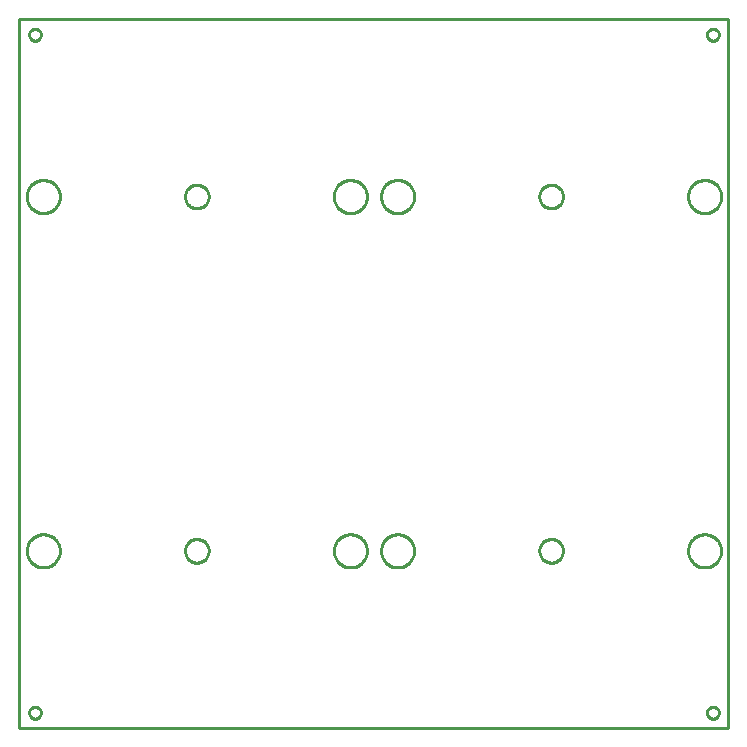
<source format=gbr>
G04 EAGLE Gerber RS-274X export*
G75*
%MOMM*%
%FSLAX34Y34*%
%LPD*%
%IN*%
%IPPOS*%
%AMOC8*
5,1,8,0,0,1.08239X$1,22.5*%
G01*
%ADD10C,0.254000*%


D10*
X-300280Y-299720D02*
X299720Y-299720D01*
X299720Y300280D01*
X-300280Y300280D01*
X-300280Y-299720D01*
X-266000Y149500D02*
X-266071Y148503D01*
X-266214Y147513D01*
X-266426Y146536D01*
X-266708Y145576D01*
X-267057Y144639D01*
X-267473Y143729D01*
X-267952Y142852D01*
X-268493Y142010D01*
X-269092Y141210D01*
X-269747Y140454D01*
X-270454Y139747D01*
X-271210Y139092D01*
X-272010Y138493D01*
X-272852Y137952D01*
X-273729Y137473D01*
X-274639Y137057D01*
X-275576Y136708D01*
X-276536Y136426D01*
X-277513Y136214D01*
X-278503Y136071D01*
X-279500Y136000D01*
X-280500Y136000D01*
X-281498Y136071D01*
X-282487Y136214D01*
X-283465Y136426D01*
X-284424Y136708D01*
X-285361Y137057D01*
X-286271Y137473D01*
X-287148Y137952D01*
X-287990Y138493D01*
X-288790Y139092D01*
X-289546Y139747D01*
X-290253Y140454D01*
X-290908Y141210D01*
X-291507Y142010D01*
X-292048Y142852D01*
X-292527Y143729D01*
X-292943Y144639D01*
X-293292Y145576D01*
X-293574Y146536D01*
X-293786Y147513D01*
X-293929Y148503D01*
X-294000Y149500D01*
X-294000Y150500D01*
X-293929Y151498D01*
X-293786Y152487D01*
X-293574Y153465D01*
X-293292Y154424D01*
X-292943Y155361D01*
X-292527Y156271D01*
X-292048Y157148D01*
X-291507Y157990D01*
X-290908Y158790D01*
X-290253Y159546D01*
X-289546Y160253D01*
X-288790Y160908D01*
X-287990Y161507D01*
X-287148Y162048D01*
X-286271Y162527D01*
X-285361Y162943D01*
X-284424Y163292D01*
X-283465Y163574D01*
X-282487Y163786D01*
X-281498Y163929D01*
X-280500Y164000D01*
X-279500Y164000D01*
X-278503Y163929D01*
X-277513Y163786D01*
X-276536Y163574D01*
X-275576Y163292D01*
X-274639Y162943D01*
X-273729Y162527D01*
X-272852Y162048D01*
X-272010Y161507D01*
X-271210Y160908D01*
X-270454Y160253D01*
X-269747Y159546D01*
X-269092Y158790D01*
X-268493Y157990D01*
X-267952Y157148D01*
X-267473Y156271D01*
X-267057Y155361D01*
X-266708Y154424D01*
X-266426Y153465D01*
X-266214Y152487D01*
X-266071Y151498D01*
X-266000Y150500D01*
X-266000Y149500D01*
X-6000Y149500D02*
X-6071Y148503D01*
X-6214Y147513D01*
X-6426Y146536D01*
X-6708Y145576D01*
X-7057Y144639D01*
X-7473Y143729D01*
X-7952Y142852D01*
X-8493Y142010D01*
X-9092Y141210D01*
X-9747Y140454D01*
X-10454Y139747D01*
X-11210Y139092D01*
X-12010Y138493D01*
X-12852Y137952D01*
X-13729Y137473D01*
X-14639Y137057D01*
X-15576Y136708D01*
X-16536Y136426D01*
X-17513Y136214D01*
X-18503Y136071D01*
X-19500Y136000D01*
X-20500Y136000D01*
X-21498Y136071D01*
X-22487Y136214D01*
X-23465Y136426D01*
X-24424Y136708D01*
X-25361Y137057D01*
X-26271Y137473D01*
X-27148Y137952D01*
X-27990Y138493D01*
X-28790Y139092D01*
X-29546Y139747D01*
X-30253Y140454D01*
X-30908Y141210D01*
X-31507Y142010D01*
X-32048Y142852D01*
X-32527Y143729D01*
X-32943Y144639D01*
X-33292Y145576D01*
X-33574Y146536D01*
X-33786Y147513D01*
X-33929Y148503D01*
X-34000Y149500D01*
X-34000Y150500D01*
X-33929Y151498D01*
X-33786Y152487D01*
X-33574Y153465D01*
X-33292Y154424D01*
X-32943Y155361D01*
X-32527Y156271D01*
X-32048Y157148D01*
X-31507Y157990D01*
X-30908Y158790D01*
X-30253Y159546D01*
X-29546Y160253D01*
X-28790Y160908D01*
X-27990Y161507D01*
X-27148Y162048D01*
X-26271Y162527D01*
X-25361Y162943D01*
X-24424Y163292D01*
X-23465Y163574D01*
X-22487Y163786D01*
X-21498Y163929D01*
X-20500Y164000D01*
X-19500Y164000D01*
X-18503Y163929D01*
X-17513Y163786D01*
X-16536Y163574D01*
X-15576Y163292D01*
X-14639Y162943D01*
X-13729Y162527D01*
X-12852Y162048D01*
X-12010Y161507D01*
X-11210Y160908D01*
X-10454Y160253D01*
X-9747Y159546D01*
X-9092Y158790D01*
X-8493Y157990D01*
X-7952Y157148D01*
X-7473Y156271D01*
X-7057Y155361D01*
X-6708Y154424D01*
X-6426Y153465D01*
X-6214Y152487D01*
X-6071Y151498D01*
X-6000Y150500D01*
X-6000Y149500D01*
X34000Y149500D02*
X33929Y148503D01*
X33786Y147513D01*
X33574Y146536D01*
X33292Y145576D01*
X32943Y144639D01*
X32527Y143729D01*
X32048Y142852D01*
X31507Y142010D01*
X30908Y141210D01*
X30253Y140454D01*
X29546Y139747D01*
X28790Y139092D01*
X27990Y138493D01*
X27148Y137952D01*
X26271Y137473D01*
X25361Y137057D01*
X24424Y136708D01*
X23465Y136426D01*
X22487Y136214D01*
X21498Y136071D01*
X20500Y136000D01*
X19500Y136000D01*
X18503Y136071D01*
X17513Y136214D01*
X16536Y136426D01*
X15576Y136708D01*
X14639Y137057D01*
X13729Y137473D01*
X12852Y137952D01*
X12010Y138493D01*
X11210Y139092D01*
X10454Y139747D01*
X9747Y140454D01*
X9092Y141210D01*
X8493Y142010D01*
X7952Y142852D01*
X7473Y143729D01*
X7057Y144639D01*
X6708Y145576D01*
X6426Y146536D01*
X6214Y147513D01*
X6071Y148503D01*
X6000Y149500D01*
X6000Y150500D01*
X6071Y151498D01*
X6214Y152487D01*
X6426Y153465D01*
X6708Y154424D01*
X7057Y155361D01*
X7473Y156271D01*
X7952Y157148D01*
X8493Y157990D01*
X9092Y158790D01*
X9747Y159546D01*
X10454Y160253D01*
X11210Y160908D01*
X12010Y161507D01*
X12852Y162048D01*
X13729Y162527D01*
X14639Y162943D01*
X15576Y163292D01*
X16536Y163574D01*
X17513Y163786D01*
X18503Y163929D01*
X19500Y164000D01*
X20500Y164000D01*
X21498Y163929D01*
X22487Y163786D01*
X23465Y163574D01*
X24424Y163292D01*
X25361Y162943D01*
X26271Y162527D01*
X27148Y162048D01*
X27990Y161507D01*
X28790Y160908D01*
X29546Y160253D01*
X30253Y159546D01*
X30908Y158790D01*
X31507Y157990D01*
X32048Y157148D01*
X32527Y156271D01*
X32943Y155361D01*
X33292Y154424D01*
X33574Y153465D01*
X33786Y152487D01*
X33929Y151498D01*
X34000Y150500D01*
X34000Y149500D01*
X294000Y149500D02*
X293929Y148503D01*
X293786Y147513D01*
X293574Y146536D01*
X293292Y145576D01*
X292943Y144639D01*
X292527Y143729D01*
X292048Y142852D01*
X291507Y142010D01*
X290908Y141210D01*
X290253Y140454D01*
X289546Y139747D01*
X288790Y139092D01*
X287990Y138493D01*
X287148Y137952D01*
X286271Y137473D01*
X285361Y137057D01*
X284424Y136708D01*
X283465Y136426D01*
X282487Y136214D01*
X281498Y136071D01*
X280500Y136000D01*
X279500Y136000D01*
X278503Y136071D01*
X277513Y136214D01*
X276536Y136426D01*
X275576Y136708D01*
X274639Y137057D01*
X273729Y137473D01*
X272852Y137952D01*
X272010Y138493D01*
X271210Y139092D01*
X270454Y139747D01*
X269747Y140454D01*
X269092Y141210D01*
X268493Y142010D01*
X267952Y142852D01*
X267473Y143729D01*
X267057Y144639D01*
X266708Y145576D01*
X266426Y146536D01*
X266214Y147513D01*
X266071Y148503D01*
X266000Y149500D01*
X266000Y150500D01*
X266071Y151498D01*
X266214Y152487D01*
X266426Y153465D01*
X266708Y154424D01*
X267057Y155361D01*
X267473Y156271D01*
X267952Y157148D01*
X268493Y157990D01*
X269092Y158790D01*
X269747Y159546D01*
X270454Y160253D01*
X271210Y160908D01*
X272010Y161507D01*
X272852Y162048D01*
X273729Y162527D01*
X274639Y162943D01*
X275576Y163292D01*
X276536Y163574D01*
X277513Y163786D01*
X278503Y163929D01*
X279500Y164000D01*
X280500Y164000D01*
X281498Y163929D01*
X282487Y163786D01*
X283465Y163574D01*
X284424Y163292D01*
X285361Y162943D01*
X286271Y162527D01*
X287148Y162048D01*
X287990Y161507D01*
X288790Y160908D01*
X289546Y160253D01*
X290253Y159546D01*
X290908Y158790D01*
X291507Y157990D01*
X292048Y157148D01*
X292527Y156271D01*
X292943Y155361D01*
X293292Y154424D01*
X293574Y153465D01*
X293786Y152487D01*
X293929Y151498D01*
X294000Y150500D01*
X294000Y149500D01*
X-266000Y-150500D02*
X-266071Y-151498D01*
X-266214Y-152487D01*
X-266426Y-153465D01*
X-266708Y-154424D01*
X-267057Y-155361D01*
X-267473Y-156271D01*
X-267952Y-157148D01*
X-268493Y-157990D01*
X-269092Y-158790D01*
X-269747Y-159546D01*
X-270454Y-160253D01*
X-271210Y-160908D01*
X-272010Y-161507D01*
X-272852Y-162048D01*
X-273729Y-162527D01*
X-274639Y-162943D01*
X-275576Y-163292D01*
X-276536Y-163574D01*
X-277513Y-163786D01*
X-278503Y-163929D01*
X-279500Y-164000D01*
X-280500Y-164000D01*
X-281498Y-163929D01*
X-282487Y-163786D01*
X-283465Y-163574D01*
X-284424Y-163292D01*
X-285361Y-162943D01*
X-286271Y-162527D01*
X-287148Y-162048D01*
X-287990Y-161507D01*
X-288790Y-160908D01*
X-289546Y-160253D01*
X-290253Y-159546D01*
X-290908Y-158790D01*
X-291507Y-157990D01*
X-292048Y-157148D01*
X-292527Y-156271D01*
X-292943Y-155361D01*
X-293292Y-154424D01*
X-293574Y-153465D01*
X-293786Y-152487D01*
X-293929Y-151498D01*
X-294000Y-150500D01*
X-294000Y-149500D01*
X-293929Y-148503D01*
X-293786Y-147513D01*
X-293574Y-146536D01*
X-293292Y-145576D01*
X-292943Y-144639D01*
X-292527Y-143729D01*
X-292048Y-142852D01*
X-291507Y-142010D01*
X-290908Y-141210D01*
X-290253Y-140454D01*
X-289546Y-139747D01*
X-288790Y-139092D01*
X-287990Y-138493D01*
X-287148Y-137952D01*
X-286271Y-137473D01*
X-285361Y-137057D01*
X-284424Y-136708D01*
X-283465Y-136426D01*
X-282487Y-136214D01*
X-281498Y-136071D01*
X-280500Y-136000D01*
X-279500Y-136000D01*
X-278503Y-136071D01*
X-277513Y-136214D01*
X-276536Y-136426D01*
X-275576Y-136708D01*
X-274639Y-137057D01*
X-273729Y-137473D01*
X-272852Y-137952D01*
X-272010Y-138493D01*
X-271210Y-139092D01*
X-270454Y-139747D01*
X-269747Y-140454D01*
X-269092Y-141210D01*
X-268493Y-142010D01*
X-267952Y-142852D01*
X-267473Y-143729D01*
X-267057Y-144639D01*
X-266708Y-145576D01*
X-266426Y-146536D01*
X-266214Y-147513D01*
X-266071Y-148503D01*
X-266000Y-149500D01*
X-266000Y-150500D01*
X-6000Y-150500D02*
X-6071Y-151498D01*
X-6214Y-152487D01*
X-6426Y-153465D01*
X-6708Y-154424D01*
X-7057Y-155361D01*
X-7473Y-156271D01*
X-7952Y-157148D01*
X-8493Y-157990D01*
X-9092Y-158790D01*
X-9747Y-159546D01*
X-10454Y-160253D01*
X-11210Y-160908D01*
X-12010Y-161507D01*
X-12852Y-162048D01*
X-13729Y-162527D01*
X-14639Y-162943D01*
X-15576Y-163292D01*
X-16536Y-163574D01*
X-17513Y-163786D01*
X-18503Y-163929D01*
X-19500Y-164000D01*
X-20500Y-164000D01*
X-21498Y-163929D01*
X-22487Y-163786D01*
X-23465Y-163574D01*
X-24424Y-163292D01*
X-25361Y-162943D01*
X-26271Y-162527D01*
X-27148Y-162048D01*
X-27990Y-161507D01*
X-28790Y-160908D01*
X-29546Y-160253D01*
X-30253Y-159546D01*
X-30908Y-158790D01*
X-31507Y-157990D01*
X-32048Y-157148D01*
X-32527Y-156271D01*
X-32943Y-155361D01*
X-33292Y-154424D01*
X-33574Y-153465D01*
X-33786Y-152487D01*
X-33929Y-151498D01*
X-34000Y-150500D01*
X-34000Y-149500D01*
X-33929Y-148503D01*
X-33786Y-147513D01*
X-33574Y-146536D01*
X-33292Y-145576D01*
X-32943Y-144639D01*
X-32527Y-143729D01*
X-32048Y-142852D01*
X-31507Y-142010D01*
X-30908Y-141210D01*
X-30253Y-140454D01*
X-29546Y-139747D01*
X-28790Y-139092D01*
X-27990Y-138493D01*
X-27148Y-137952D01*
X-26271Y-137473D01*
X-25361Y-137057D01*
X-24424Y-136708D01*
X-23465Y-136426D01*
X-22487Y-136214D01*
X-21498Y-136071D01*
X-20500Y-136000D01*
X-19500Y-136000D01*
X-18503Y-136071D01*
X-17513Y-136214D01*
X-16536Y-136426D01*
X-15576Y-136708D01*
X-14639Y-137057D01*
X-13729Y-137473D01*
X-12852Y-137952D01*
X-12010Y-138493D01*
X-11210Y-139092D01*
X-10454Y-139747D01*
X-9747Y-140454D01*
X-9092Y-141210D01*
X-8493Y-142010D01*
X-7952Y-142852D01*
X-7473Y-143729D01*
X-7057Y-144639D01*
X-6708Y-145576D01*
X-6426Y-146536D01*
X-6214Y-147513D01*
X-6071Y-148503D01*
X-6000Y-149500D01*
X-6000Y-150500D01*
X34000Y-150500D02*
X33929Y-151498D01*
X33786Y-152487D01*
X33574Y-153465D01*
X33292Y-154424D01*
X32943Y-155361D01*
X32527Y-156271D01*
X32048Y-157148D01*
X31507Y-157990D01*
X30908Y-158790D01*
X30253Y-159546D01*
X29546Y-160253D01*
X28790Y-160908D01*
X27990Y-161507D01*
X27148Y-162048D01*
X26271Y-162527D01*
X25361Y-162943D01*
X24424Y-163292D01*
X23465Y-163574D01*
X22487Y-163786D01*
X21498Y-163929D01*
X20500Y-164000D01*
X19500Y-164000D01*
X18503Y-163929D01*
X17513Y-163786D01*
X16536Y-163574D01*
X15576Y-163292D01*
X14639Y-162943D01*
X13729Y-162527D01*
X12852Y-162048D01*
X12010Y-161507D01*
X11210Y-160908D01*
X10454Y-160253D01*
X9747Y-159546D01*
X9092Y-158790D01*
X8493Y-157990D01*
X7952Y-157148D01*
X7473Y-156271D01*
X7057Y-155361D01*
X6708Y-154424D01*
X6426Y-153465D01*
X6214Y-152487D01*
X6071Y-151498D01*
X6000Y-150500D01*
X6000Y-149500D01*
X6071Y-148503D01*
X6214Y-147513D01*
X6426Y-146536D01*
X6708Y-145576D01*
X7057Y-144639D01*
X7473Y-143729D01*
X7952Y-142852D01*
X8493Y-142010D01*
X9092Y-141210D01*
X9747Y-140454D01*
X10454Y-139747D01*
X11210Y-139092D01*
X12010Y-138493D01*
X12852Y-137952D01*
X13729Y-137473D01*
X14639Y-137057D01*
X15576Y-136708D01*
X16536Y-136426D01*
X17513Y-136214D01*
X18503Y-136071D01*
X19500Y-136000D01*
X20500Y-136000D01*
X21498Y-136071D01*
X22487Y-136214D01*
X23465Y-136426D01*
X24424Y-136708D01*
X25361Y-137057D01*
X26271Y-137473D01*
X27148Y-137952D01*
X27990Y-138493D01*
X28790Y-139092D01*
X29546Y-139747D01*
X30253Y-140454D01*
X30908Y-141210D01*
X31507Y-142010D01*
X32048Y-142852D01*
X32527Y-143729D01*
X32943Y-144639D01*
X33292Y-145576D01*
X33574Y-146536D01*
X33786Y-147513D01*
X33929Y-148503D01*
X34000Y-149500D01*
X34000Y-150500D01*
X294000Y-150500D02*
X293929Y-151498D01*
X293786Y-152487D01*
X293574Y-153465D01*
X293292Y-154424D01*
X292943Y-155361D01*
X292527Y-156271D01*
X292048Y-157148D01*
X291507Y-157990D01*
X290908Y-158790D01*
X290253Y-159546D01*
X289546Y-160253D01*
X288790Y-160908D01*
X287990Y-161507D01*
X287148Y-162048D01*
X286271Y-162527D01*
X285361Y-162943D01*
X284424Y-163292D01*
X283465Y-163574D01*
X282487Y-163786D01*
X281498Y-163929D01*
X280500Y-164000D01*
X279500Y-164000D01*
X278503Y-163929D01*
X277513Y-163786D01*
X276536Y-163574D01*
X275576Y-163292D01*
X274639Y-162943D01*
X273729Y-162527D01*
X272852Y-162048D01*
X272010Y-161507D01*
X271210Y-160908D01*
X270454Y-160253D01*
X269747Y-159546D01*
X269092Y-158790D01*
X268493Y-157990D01*
X267952Y-157148D01*
X267473Y-156271D01*
X267057Y-155361D01*
X266708Y-154424D01*
X266426Y-153465D01*
X266214Y-152487D01*
X266071Y-151498D01*
X266000Y-150500D01*
X266000Y-149500D01*
X266071Y-148503D01*
X266214Y-147513D01*
X266426Y-146536D01*
X266708Y-145576D01*
X267057Y-144639D01*
X267473Y-143729D01*
X267952Y-142852D01*
X268493Y-142010D01*
X269092Y-141210D01*
X269747Y-140454D01*
X270454Y-139747D01*
X271210Y-139092D01*
X272010Y-138493D01*
X272852Y-137952D01*
X273729Y-137473D01*
X274639Y-137057D01*
X275576Y-136708D01*
X276536Y-136426D01*
X277513Y-136214D01*
X278503Y-136071D01*
X279500Y-136000D01*
X280500Y-136000D01*
X281498Y-136071D01*
X282487Y-136214D01*
X283465Y-136426D01*
X284424Y-136708D01*
X285361Y-137057D01*
X286271Y-137473D01*
X287148Y-137952D01*
X287990Y-138493D01*
X288790Y-139092D01*
X289546Y-139747D01*
X290253Y-140454D01*
X290908Y-141210D01*
X291507Y-142010D01*
X292048Y-142852D01*
X292527Y-143729D01*
X292943Y-144639D01*
X293292Y-145576D01*
X293574Y-146536D01*
X293786Y-147513D01*
X293929Y-148503D01*
X294000Y-149500D01*
X294000Y-150500D01*
X-140000Y149563D02*
X-140076Y148694D01*
X-140228Y147834D01*
X-140454Y146990D01*
X-140752Y146170D01*
X-141121Y145378D01*
X-141558Y144622D01*
X-142059Y143907D01*
X-142620Y143238D01*
X-143238Y142620D01*
X-143907Y142059D01*
X-144622Y141558D01*
X-145378Y141121D01*
X-146170Y140752D01*
X-146990Y140454D01*
X-147834Y140228D01*
X-148694Y140076D01*
X-149563Y140000D01*
X-150437Y140000D01*
X-151307Y140076D01*
X-152166Y140228D01*
X-153010Y140454D01*
X-153830Y140752D01*
X-154622Y141121D01*
X-155378Y141558D01*
X-156093Y142059D01*
X-156762Y142620D01*
X-157380Y143238D01*
X-157941Y143907D01*
X-158442Y144622D01*
X-158879Y145378D01*
X-159248Y146170D01*
X-159546Y146990D01*
X-159772Y147834D01*
X-159924Y148694D01*
X-160000Y149563D01*
X-160000Y150437D01*
X-159924Y151307D01*
X-159772Y152166D01*
X-159546Y153010D01*
X-159248Y153830D01*
X-158879Y154622D01*
X-158442Y155378D01*
X-157941Y156093D01*
X-157380Y156762D01*
X-156762Y157380D01*
X-156093Y157941D01*
X-155378Y158442D01*
X-154622Y158879D01*
X-153830Y159248D01*
X-153010Y159546D01*
X-152166Y159772D01*
X-151307Y159924D01*
X-150437Y160000D01*
X-149563Y160000D01*
X-148694Y159924D01*
X-147834Y159772D01*
X-146990Y159546D01*
X-146170Y159248D01*
X-145378Y158879D01*
X-144622Y158442D01*
X-143907Y157941D01*
X-143238Y157380D01*
X-142620Y156762D01*
X-142059Y156093D01*
X-141558Y155378D01*
X-141121Y154622D01*
X-140752Y153830D01*
X-140454Y153010D01*
X-140228Y152166D01*
X-140076Y151307D01*
X-140000Y150437D01*
X-140000Y149563D01*
X160000Y149563D02*
X159924Y148694D01*
X159772Y147834D01*
X159546Y146990D01*
X159248Y146170D01*
X158879Y145378D01*
X158442Y144622D01*
X157941Y143907D01*
X157380Y143238D01*
X156762Y142620D01*
X156093Y142059D01*
X155378Y141558D01*
X154622Y141121D01*
X153830Y140752D01*
X153010Y140454D01*
X152166Y140228D01*
X151307Y140076D01*
X150437Y140000D01*
X149563Y140000D01*
X148694Y140076D01*
X147834Y140228D01*
X146990Y140454D01*
X146170Y140752D01*
X145378Y141121D01*
X144622Y141558D01*
X143907Y142059D01*
X143238Y142620D01*
X142620Y143238D01*
X142059Y143907D01*
X141558Y144622D01*
X141121Y145378D01*
X140752Y146170D01*
X140454Y146990D01*
X140228Y147834D01*
X140076Y148694D01*
X140000Y149563D01*
X140000Y150437D01*
X140076Y151307D01*
X140228Y152166D01*
X140454Y153010D01*
X140752Y153830D01*
X141121Y154622D01*
X141558Y155378D01*
X142059Y156093D01*
X142620Y156762D01*
X143238Y157380D01*
X143907Y157941D01*
X144622Y158442D01*
X145378Y158879D01*
X146170Y159248D01*
X146990Y159546D01*
X147834Y159772D01*
X148694Y159924D01*
X149563Y160000D01*
X150437Y160000D01*
X151307Y159924D01*
X152166Y159772D01*
X153010Y159546D01*
X153830Y159248D01*
X154622Y158879D01*
X155378Y158442D01*
X156093Y157941D01*
X156762Y157380D01*
X157380Y156762D01*
X157941Y156093D01*
X158442Y155378D01*
X158879Y154622D01*
X159248Y153830D01*
X159546Y153010D01*
X159772Y152166D01*
X159924Y151307D01*
X160000Y150437D01*
X160000Y149563D01*
X-140000Y-150437D02*
X-140076Y-151307D01*
X-140228Y-152166D01*
X-140454Y-153010D01*
X-140752Y-153830D01*
X-141121Y-154622D01*
X-141558Y-155378D01*
X-142059Y-156093D01*
X-142620Y-156762D01*
X-143238Y-157380D01*
X-143907Y-157941D01*
X-144622Y-158442D01*
X-145378Y-158879D01*
X-146170Y-159248D01*
X-146990Y-159546D01*
X-147834Y-159772D01*
X-148694Y-159924D01*
X-149563Y-160000D01*
X-150437Y-160000D01*
X-151307Y-159924D01*
X-152166Y-159772D01*
X-153010Y-159546D01*
X-153830Y-159248D01*
X-154622Y-158879D01*
X-155378Y-158442D01*
X-156093Y-157941D01*
X-156762Y-157380D01*
X-157380Y-156762D01*
X-157941Y-156093D01*
X-158442Y-155378D01*
X-158879Y-154622D01*
X-159248Y-153830D01*
X-159546Y-153010D01*
X-159772Y-152166D01*
X-159924Y-151307D01*
X-160000Y-150437D01*
X-160000Y-149563D01*
X-159924Y-148694D01*
X-159772Y-147834D01*
X-159546Y-146990D01*
X-159248Y-146170D01*
X-158879Y-145378D01*
X-158442Y-144622D01*
X-157941Y-143907D01*
X-157380Y-143238D01*
X-156762Y-142620D01*
X-156093Y-142059D01*
X-155378Y-141558D01*
X-154622Y-141121D01*
X-153830Y-140752D01*
X-153010Y-140454D01*
X-152166Y-140228D01*
X-151307Y-140076D01*
X-150437Y-140000D01*
X-149563Y-140000D01*
X-148694Y-140076D01*
X-147834Y-140228D01*
X-146990Y-140454D01*
X-146170Y-140752D01*
X-145378Y-141121D01*
X-144622Y-141558D01*
X-143907Y-142059D01*
X-143238Y-142620D01*
X-142620Y-143238D01*
X-142059Y-143907D01*
X-141558Y-144622D01*
X-141121Y-145378D01*
X-140752Y-146170D01*
X-140454Y-146990D01*
X-140228Y-147834D01*
X-140076Y-148694D01*
X-140000Y-149563D01*
X-140000Y-150437D01*
X160000Y-150437D02*
X159924Y-151307D01*
X159772Y-152166D01*
X159546Y-153010D01*
X159248Y-153830D01*
X158879Y-154622D01*
X158442Y-155378D01*
X157941Y-156093D01*
X157380Y-156762D01*
X156762Y-157380D01*
X156093Y-157941D01*
X155378Y-158442D01*
X154622Y-158879D01*
X153830Y-159248D01*
X153010Y-159546D01*
X152166Y-159772D01*
X151307Y-159924D01*
X150437Y-160000D01*
X149563Y-160000D01*
X148694Y-159924D01*
X147834Y-159772D01*
X146990Y-159546D01*
X146170Y-159248D01*
X145378Y-158879D01*
X144622Y-158442D01*
X143907Y-157941D01*
X143238Y-157380D01*
X142620Y-156762D01*
X142059Y-156093D01*
X141558Y-155378D01*
X141121Y-154622D01*
X140752Y-153830D01*
X140454Y-153010D01*
X140228Y-152166D01*
X140076Y-151307D01*
X140000Y-150437D01*
X140000Y-149563D01*
X140076Y-148694D01*
X140228Y-147834D01*
X140454Y-146990D01*
X140752Y-146170D01*
X141121Y-145378D01*
X141558Y-144622D01*
X142059Y-143907D01*
X142620Y-143238D01*
X143238Y-142620D01*
X143907Y-142059D01*
X144622Y-141558D01*
X145378Y-141121D01*
X146170Y-140752D01*
X146990Y-140454D01*
X147834Y-140228D01*
X148694Y-140076D01*
X149563Y-140000D01*
X150437Y-140000D01*
X151307Y-140076D01*
X152166Y-140228D01*
X153010Y-140454D01*
X153830Y-140752D01*
X154622Y-141121D01*
X155378Y-141558D01*
X156093Y-142059D01*
X156762Y-142620D01*
X157380Y-143238D01*
X157941Y-143907D01*
X158442Y-144622D01*
X158879Y-145378D01*
X159248Y-146170D01*
X159546Y-146990D01*
X159772Y-147834D01*
X159924Y-148694D01*
X160000Y-149563D01*
X160000Y-150437D01*
X-282000Y286719D02*
X-282063Y286161D01*
X-282188Y285614D01*
X-282373Y285084D01*
X-282617Y284578D01*
X-282916Y284102D01*
X-283266Y283663D01*
X-283663Y283266D01*
X-284102Y282916D01*
X-284578Y282617D01*
X-285084Y282373D01*
X-285614Y282188D01*
X-286161Y282063D01*
X-286719Y282000D01*
X-287281Y282000D01*
X-287839Y282063D01*
X-288386Y282188D01*
X-288916Y282373D01*
X-289422Y282617D01*
X-289898Y282916D01*
X-290337Y283266D01*
X-290734Y283663D01*
X-291084Y284102D01*
X-291383Y284578D01*
X-291627Y285084D01*
X-291812Y285614D01*
X-291937Y286161D01*
X-292000Y286719D01*
X-292000Y287281D01*
X-291937Y287839D01*
X-291812Y288386D01*
X-291627Y288916D01*
X-291383Y289422D01*
X-291084Y289898D01*
X-290734Y290337D01*
X-290337Y290734D01*
X-289898Y291084D01*
X-289422Y291383D01*
X-288916Y291627D01*
X-288386Y291812D01*
X-287839Y291937D01*
X-287281Y292000D01*
X-286719Y292000D01*
X-286161Y291937D01*
X-285614Y291812D01*
X-285084Y291627D01*
X-284578Y291383D01*
X-284102Y291084D01*
X-283663Y290734D01*
X-283266Y290337D01*
X-282916Y289898D01*
X-282617Y289422D01*
X-282373Y288916D01*
X-282188Y288386D01*
X-282063Y287839D01*
X-282000Y287281D01*
X-282000Y286719D01*
X292000Y286719D02*
X291937Y286161D01*
X291812Y285614D01*
X291627Y285084D01*
X291383Y284578D01*
X291084Y284102D01*
X290734Y283663D01*
X290337Y283266D01*
X289898Y282916D01*
X289422Y282617D01*
X288916Y282373D01*
X288386Y282188D01*
X287839Y282063D01*
X287281Y282000D01*
X286719Y282000D01*
X286161Y282063D01*
X285614Y282188D01*
X285084Y282373D01*
X284578Y282617D01*
X284102Y282916D01*
X283663Y283266D01*
X283266Y283663D01*
X282916Y284102D01*
X282617Y284578D01*
X282373Y285084D01*
X282188Y285614D01*
X282063Y286161D01*
X282000Y286719D01*
X282000Y287281D01*
X282063Y287839D01*
X282188Y288386D01*
X282373Y288916D01*
X282617Y289422D01*
X282916Y289898D01*
X283266Y290337D01*
X283663Y290734D01*
X284102Y291084D01*
X284578Y291383D01*
X285084Y291627D01*
X285614Y291812D01*
X286161Y291937D01*
X286719Y292000D01*
X287281Y292000D01*
X287839Y291937D01*
X288386Y291812D01*
X288916Y291627D01*
X289422Y291383D01*
X289898Y291084D01*
X290337Y290734D01*
X290734Y290337D01*
X291084Y289898D01*
X291383Y289422D01*
X291627Y288916D01*
X291812Y288386D01*
X291937Y287839D01*
X292000Y287281D01*
X292000Y286719D01*
X-282000Y-287281D02*
X-282063Y-287839D01*
X-282188Y-288386D01*
X-282373Y-288916D01*
X-282617Y-289422D01*
X-282916Y-289898D01*
X-283266Y-290337D01*
X-283663Y-290734D01*
X-284102Y-291084D01*
X-284578Y-291383D01*
X-285084Y-291627D01*
X-285614Y-291812D01*
X-286161Y-291937D01*
X-286719Y-292000D01*
X-287281Y-292000D01*
X-287839Y-291937D01*
X-288386Y-291812D01*
X-288916Y-291627D01*
X-289422Y-291383D01*
X-289898Y-291084D01*
X-290337Y-290734D01*
X-290734Y-290337D01*
X-291084Y-289898D01*
X-291383Y-289422D01*
X-291627Y-288916D01*
X-291812Y-288386D01*
X-291937Y-287839D01*
X-292000Y-287281D01*
X-292000Y-286719D01*
X-291937Y-286161D01*
X-291812Y-285614D01*
X-291627Y-285084D01*
X-291383Y-284578D01*
X-291084Y-284102D01*
X-290734Y-283663D01*
X-290337Y-283266D01*
X-289898Y-282916D01*
X-289422Y-282617D01*
X-288916Y-282373D01*
X-288386Y-282188D01*
X-287839Y-282063D01*
X-287281Y-282000D01*
X-286719Y-282000D01*
X-286161Y-282063D01*
X-285614Y-282188D01*
X-285084Y-282373D01*
X-284578Y-282617D01*
X-284102Y-282916D01*
X-283663Y-283266D01*
X-283266Y-283663D01*
X-282916Y-284102D01*
X-282617Y-284578D01*
X-282373Y-285084D01*
X-282188Y-285614D01*
X-282063Y-286161D01*
X-282000Y-286719D01*
X-282000Y-287281D01*
X292000Y-287281D02*
X291937Y-287839D01*
X291812Y-288386D01*
X291627Y-288916D01*
X291383Y-289422D01*
X291084Y-289898D01*
X290734Y-290337D01*
X290337Y-290734D01*
X289898Y-291084D01*
X289422Y-291383D01*
X288916Y-291627D01*
X288386Y-291812D01*
X287839Y-291937D01*
X287281Y-292000D01*
X286719Y-292000D01*
X286161Y-291937D01*
X285614Y-291812D01*
X285084Y-291627D01*
X284578Y-291383D01*
X284102Y-291084D01*
X283663Y-290734D01*
X283266Y-290337D01*
X282916Y-289898D01*
X282617Y-289422D01*
X282373Y-288916D01*
X282188Y-288386D01*
X282063Y-287839D01*
X282000Y-287281D01*
X282000Y-286719D01*
X282063Y-286161D01*
X282188Y-285614D01*
X282373Y-285084D01*
X282617Y-284578D01*
X282916Y-284102D01*
X283266Y-283663D01*
X283663Y-283266D01*
X284102Y-282916D01*
X284578Y-282617D01*
X285084Y-282373D01*
X285614Y-282188D01*
X286161Y-282063D01*
X286719Y-282000D01*
X287281Y-282000D01*
X287839Y-282063D01*
X288386Y-282188D01*
X288916Y-282373D01*
X289422Y-282617D01*
X289898Y-282916D01*
X290337Y-283266D01*
X290734Y-283663D01*
X291084Y-284102D01*
X291383Y-284578D01*
X291627Y-285084D01*
X291812Y-285614D01*
X291937Y-286161D01*
X292000Y-286719D01*
X292000Y-287281D01*
M02*

</source>
